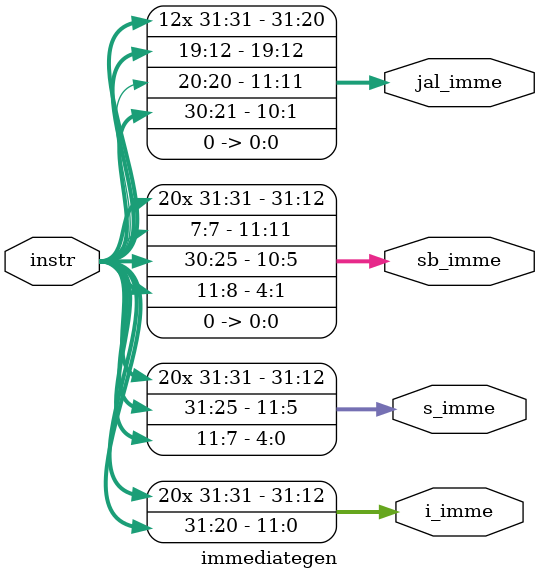
<source format=v>
module immediategen (
    input wire [31:0]instr,
    output reg [31:0] i_imme,
    output reg [31:0] s_imme,
    output reg [31:0] sb_imme,
    output reg [31:0] jal_imme
);

    always @(*) begin

            i_imme = {{20{instr[31]}}, instr[31:20]};
            s_imme = {{20{instr[31]}}, instr[31:25], instr[11:7]};
           sb_imme = {{19{instr[31]}},instr[31],instr[7],instr[30:25],instr[11:8],1'b0};
           jal_imme = {{19{instr[31]}},instr[31],instr[19:12],instr[20],instr[30:21],1'b0};
    end
endmodule
</source>
